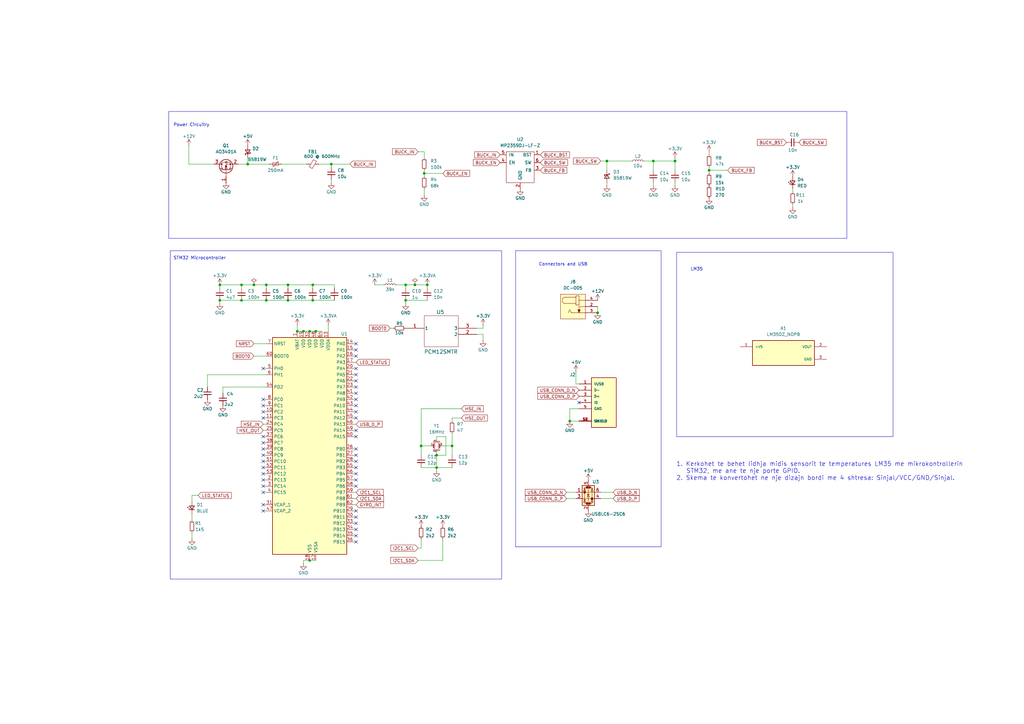
<source format=kicad_sch>
(kicad_sch (version 20231120) (generator "eeschema") (generator_version "8.0")
  (paper "A3")
  (lib_symbols
    (symbol "10118193-0001LF:10118193-0001LF" (pin_names (offset 1.016))
      (property "Reference" "J" (at -5.0817 10.9286 0))
      (property "Value" "10118193-0001LF" (at -5.0819 -12.7097 0))
      (symbol "10118193-0001LF_0_0"
        (pin passive line (at -10.16 7.62 0) (length 5.08) (name "VUSB") (number "1"))
        (pin passive line (at -10.16 5.08 0) (length 5.08) (name "D-") (number "2"))
        (pin passive line (at -10.16 2.54 0) (length 5.08) (name "D+") (number "3"))
        (pin passive line (at -10.16 0 0) (length 5.08) (name "ID") (number "4"))
        (pin passive line (at -10.16 -2.54 0) (length 5.08) (name "GND") (number "5"))
        (pin passive line (at -10.16 -7.62 0) (length 5.08) (name "SHIELD") (number "S1"))
        (pin passive line (at -10.16 -7.62 0) (length 5.08) (name "SHIELD") (number "S2"))
        (pin passive line (at -10.16 -7.62 0) (length 5.08) (name "SHIELD") (number "S3"))
        (pin passive line (at -10.16 -7.62 0) (length 5.08) (name "SHIELD") (number "S4"))
        (pin passive line (at -10.16 -7.62 0) (length 5.08) (name "SHIELD") (number "S5"))
        (pin passive line (at -10.16 -7.62 0) (length 5.08) (name "SHIELD") (number "S6"))
      )
    )
    (symbol "2024-11-09_23-25-21:PCM12SMTR" (pin_names (offset 0.254))
      (property "Reference" "U5" (at 20.32 10.16 0))
      (property "Value" "PCM12SMTR" (at 20.32 7.62 0))
      (symbol "PCM12SMTR_1_1"
        (pin unspecified line (at 0 0 0) (length 7.62) (name "1") (number "1"))
        (pin unspecified line (at 29.21 -2.54 180) (length 7.62) (name "2") (number "2"))
        (pin unspecified line (at 29.21 0 180) (length 7.62) (name "3") (number "3"))
      )
    )
    (symbol "DC-005:DC-005" (pin_names (offset 1.016))
      (property "Reference" "J" (at -5.0943 5.5976 0))
      (property "Value" "DC-005" (at -5.0995 -7.6398 0))
      (symbol "DC-005_0_0"
        (pin passive line (at 10.16 0 180) (length 5.08) (name "~") (number "2"))
        (pin passive line (at 10.16 -2.54 180) (length 5.08) (name "~") (number "3"))
        (pin passive line (at 10.16 2.54 180) (length 5.08) (name "~") (number "4"))
      )
    )
    (symbol "Device:C_Small" (pin_numbers hide) (pin_names (offset 0.254) hide)
      (property "Reference" "C" (at 0.254 1.778 0))
      (property "Value" "C_Small" (at 0.254 -2.032 0))
      (symbol "C_Small_1_1"
        (pin passive line (at 0 2.54 270) (length 2.032) (name "~") (number "1"))
        (pin passive line (at 0 -2.54 90) (length 2.032) (name "~") (number "2"))
      )
    )
    (symbol "Device:Crystal_GND24_Small" (pin_names (offset 1.016) hide)
      (property "Reference" "Y" (at 1.27 4.445 0))
      (property "Value" "Crystal_GND24_Small" (at 1.27 2.54 0))
      (symbol "Crystal_GND24_Small_1_1"
        (pin passive line (at -2.54 0 0) (length 1.27) (name "1") (number "1"))
        (pin passive line (at 0 -2.54 90) (length 0.635) (name "2") (number "2"))
        (pin passive line (at 2.54 0 180) (length 1.27) (name "3") (number "3"))
        (pin passive line (at 0 2.54 270) (length 0.635) (name "4") (number "4"))
      )
    )
    (symbol "Device:D_Schottky_Small" (pin_numbers hide) (pin_names (offset 0.254) hide)
      (property "Reference" "D" (at -1.27 2.032 0))
      (property "Value" "D_Schottky_Small" (at -7.112 -2.032 0))
      (symbol "D_Schottky_Small_1_1"
        (pin passive line (at -2.54 0 0) (length 1.778) (name "K") (number "1"))
        (pin passive line (at 2.54 0 180) (length 1.778) (name "A") (number "2"))
      )
    )
    (symbol "Device:Ferrite_Bead_Small" (pin_numbers hide) (pin_names (offset 0))
      (property "Reference" "FB" (at 1.905 1.27 0))
      (property "Value" "Device_Ferrite_Bead_Small" (at 1.905 -1.27 0))
      (symbol "Ferrite_Bead_Small_1_1"
        (pin passive line (at 0 2.54 270) (length 1.27) (name "~") (number "1"))
        (pin passive line (at 0 -2.54 90) (length 1.27) (name "~") (number "2"))
      )
    )
    (symbol "Device:LED_Small" (pin_numbers hide) (pin_names (offset 0.254) hide)
      (property "Reference" "D" (at -1.27 3.175 0))
      (property "Value" "LED_Small" (at -4.445 -2.54 0))
      (symbol "LED_Small_1_1"
        (pin passive line (at -2.54 0 0) (length 1.778) (name "K") (number "1"))
        (pin passive line (at 2.54 0 180) (length 1.778) (name "A") (number "2"))
      )
    )
    (symbol "Device:L_Small" (pin_numbers hide) (pin_names (offset 0.254) hide)
      (property "Reference" "L" (at 0.762 1.016 0))
      (property "Value" "L_Small" (at 0.762 -1.016 0))
      (symbol "L_Small_1_1"
        (pin passive line (at 0 2.54 270) (length 0.508) (name "~") (number "1"))
        (pin passive line (at 0 -2.54 90) (length 0.508) (name "~") (number "2"))
      )
    )
    (symbol "Device:Polyfuse_Small" (pin_numbers hide) (pin_names (offset 0))
      (property "Reference" "F" (at -1.905 0 90))
      (property "Value" "Polyfuse_Small" (at 1.905 0 90))
      (symbol "Polyfuse_Small_1_1"
        (pin passive line (at 0 2.54 270) (length 0.635) (name "~") (number "1"))
        (pin passive line (at 0 -2.54 90) (length 0.635) (name "~") (number "2"))
      )
    )
    (symbol "Device:R_Small" (pin_numbers hide) (pin_names (offset 0.254) hide)
      (property "Reference" "R" (at 0.762 0.508 0))
      (property "Value" "R_Small" (at 0.762 -1.016 0))
      (symbol "R_Small_1_1"
        (pin passive line (at 0 2.54 270) (length 0.762) (name "~") (number "1"))
        (pin passive line (at 0 -2.54 90) (length 0.762) (name "~") (number "2"))
      )
    )
    (symbol "LM35DZ_NOPB:LM35DZ_NOPB" (pin_names (offset 1.016))
      (property "Reference" "A" (at -12.7 5.842 0))
      (property "Value" "LM35DZ_NOPB" (at -12.7 -5.842 0))
      (symbol "LM35DZ_NOPB_0_0"
        (pin power_in line (at -17.78 2.54 0) (length 5.08) (name "+VS") (number "1"))
        (pin output line (at 17.78 2.54 180) (length 5.08) (name "VOUT") (number "2"))
        (pin power_in line (at 17.78 -2.54 180) (length 5.08) (name "GND") (number "3"))
      )
    )
    (symbol "MCU_ST_STM32F4:STM32F405RGTx"
      (property "Reference" "U1" (at 14.224 47.244 0))
      (property "Value" "STM32F405RGT6" (at 12.7 -44.45 0))
      (symbol "STM32F405RGTx_1_1"
        (pin power_in line (at -5.08 48.26 270) (length 2.54) (name "VBAT") (number "1"))
        (pin bidirectional line (at -17.78 15.24 0) (length 2.54) (name "PC2") (number "10"))
        (pin bidirectional line (at -17.78 12.7 0) (length 2.54) (name "PC3") (number "11"))
        (pin power_in line (at 2.54 -45.72 90) (length 2.54) (name "VSSA") (number "12"))
        (pin power_in line (at 7.62 48.26 270) (length 2.54) (name "VDDA") (number "13"))
        (pin bidirectional line (at 17.78 43.18 180) (length 2.54) (name "PA0") (number "14"))
        (pin bidirectional line (at 17.78 40.64 180) (length 2.54) (name "PA1") (number "15"))
        (pin bidirectional line (at 17.78 38.1 180) (length 2.54) (name "PA2") (number "16"))
        (pin bidirectional line (at 17.78 35.56 180) (length 2.54) (name "PA3") (number "17"))
        (pin power_in line (at 0 -45.72 90) (length 2.54) (name "VSS") (number "18"))
        (pin power_in line (at -2.54 48.26 270) (length 2.54) (name "VDD") (number "19"))
        (pin bidirectional line (at -17.78 -12.7 0) (length 2.54) (name "PC13") (number "2"))
        (pin bidirectional line (at 17.78 33.02 180) (length 2.54) (name "PA4") (number "20"))
        (pin bidirectional line (at 17.78 30.48 180) (length 2.54) (name "PA5") (number "21"))
        (pin bidirectional line (at 17.78 27.94 180) (length 2.54) (name "PA6") (number "22"))
        (pin bidirectional line (at 17.78 25.4 180) (length 2.54) (name "PA7") (number "23"))
        (pin bidirectional line (at -17.78 10.16 0) (length 2.54) (name "PC4") (number "24"))
        (pin bidirectional line (at -17.78 7.62 0) (length 2.54) (name "PC5") (number "25"))
        (pin bidirectional line (at 17.78 0 180) (length 2.54) (name "PB0") (number "26"))
        (pin bidirectional line (at 17.78 -2.54 180) (length 2.54) (name "PB1") (number "27"))
        (pin bidirectional line (at 17.78 -5.08 180) (length 2.54) (name "PB2") (number "28"))
        (pin bidirectional line (at 17.78 -25.4 180) (length 2.54) (name "PB10") (number "29"))
        (pin bidirectional line (at -17.78 -15.24 0) (length 2.54) (name "PC14") (number "3"))
        (pin bidirectional line (at 17.78 -27.94 180) (length 2.54) (name "PB11") (number "30"))
        (pin power_out line (at -17.78 -22.86 0) (length 2.54) (name "VCAP_1") (number "31"))
        (pin power_in line (at 0 48.26 270) (length 2.54) (name "VDD") (number "32"))
        (pin bidirectional line (at 17.78 -30.48 180) (length 2.54) (name "PB12") (number "33"))
        (pin bidirectional line (at 17.78 -33.02 180) (length 2.54) (name "PB13") (number "34"))
        (pin bidirectional line (at 17.78 -35.56 180) (length 2.54) (name "PB14") (number "35"))
        (pin bidirectional line (at 17.78 -38.1 180) (length 2.54) (name "PB15") (number "36"))
        (pin bidirectional line (at -17.78 5.08 0) (length 2.54) (name "PC6") (number "37"))
        (pin bidirectional line (at -17.78 2.54 0) (length 2.54) (name "PC7") (number "38"))
        (pin bidirectional line (at -17.78 0 0) (length 2.54) (name "PC8") (number "39"))
        (pin bidirectional line (at -17.78 -17.78 0) (length 2.54) (name "PC15") (number "4"))
        (pin bidirectional line (at -17.78 -2.54 0) (length 2.54) (name "PC9") (number "40"))
        (pin bidirectional line (at 17.78 22.86 180) (length 2.54) (name "PA8") (number "41"))
        (pin bidirectional line (at 17.78 20.32 180) (length 2.54) (name "PA9") (number "42"))
        (pin bidirectional line (at 17.78 17.78 180) (length 2.54) (name "PA10") (number "43"))
        (pin bidirectional line (at 17.78 15.24 180) (length 2.54) (name "PA11") (number "44"))
        (pin bidirectional line (at 17.78 12.7 180) (length 2.54) (name "PA12") (number "45"))
        (pin bidirectional line (at 17.78 10.16 180) (length 2.54) (name "PA13") (number "46"))
        (pin power_out line (at -17.78 -25.4 0) (length 2.54) (name "VCAP_2") (number "47"))
        (pin power_in line (at 2.54 48.26 270) (length 2.54) (name "VDD") (number "48"))
        (pin bidirectional line (at 17.78 7.62 180) (length 2.54) (name "PA14") (number "49"))
        (pin bidirectional line (at -17.78 33.02 0) (length 2.54) (name "PH0") (number "5"))
        (pin bidirectional line (at 17.78 5.08 180) (length 2.54) (name "PA15") (number "50"))
        (pin bidirectional line (at -17.78 -5.08 0) (length 2.54) (name "PC10") (number "51"))
        (pin bidirectional line (at -17.78 -7.62 0) (length 2.54) (name "PC11") (number "52"))
        (pin bidirectional line (at -17.78 -10.16 0) (length 2.54) (name "PC12") (number "53"))
        (pin bidirectional line (at -17.78 25.4 0) (length 2.54) (name "PD2") (number "54"))
        (pin bidirectional line (at 17.78 -7.62 180) (length 2.54) (name "PB3") (number "55"))
        (pin bidirectional line (at 17.78 -10.16 180) (length 2.54) (name "PB4") (number "56"))
        (pin bidirectional line (at 17.78 -12.7 180) (length 2.54) (name "PB5") (number "57"))
        (pin bidirectional line (at 17.78 -15.24 180) (length 2.54) (name "PB6") (number "58"))
        (pin bidirectional line (at 17.78 -17.78 180) (length 2.54) (name "PB7") (number "59"))
        (pin bidirectional line (at -17.78 30.48 0) (length 2.54) (name "PH1") (number "6"))
        (pin input line (at -17.78 38.1 0) (length 2.54) (name "BOOT0") (number "60"))
        (pin bidirectional line (at 17.78 -20.32 180) (length 2.54) (name "PB8") (number "61"))
        (pin bidirectional line (at 17.78 -22.86 180) (length 2.54) (name "PB9") (number "62"))
        (pin passive line (at 0 -45.72 90) (length 2.54) hide (name "VSS") (number "63"))
        (pin power_in line (at 5.08 48.26 270) (length 2.54) (name "VDD") (number "64"))
        (pin input line (at -17.78 43.18 0) (length 2.54) (name "NRST") (number "7"))
        (pin bidirectional line (at -17.78 20.32 0) (length 2.54) (name "PC0") (number "8"))
        (pin bidirectional line (at -17.78 17.78 0) (length 2.54) (name "PC1") (number "9"))
      )
    )
    (symbol "Power_Protection:USBLC6-2SC6" (pin_names hide)
      (property "Reference" "U" (at 0.635 5.715 0))
      (property "Value" "USBLC6-2SC6" (at 0.635 3.81 0))
      (symbol "USBLC6-2SC6_1_1"
        (pin passive line (at -5.08 0 0) (length 2.54) (name "I/O1") (number "1"))
        (pin passive line (at 0 -7.62 90) (length 2.54) (name "GND") (number "2"))
        (pin passive line (at -5.08 -2.54 0) (length 2.54) (name "I/O2") (number "3"))
        (pin passive line (at 5.08 -2.54 180) (length 2.54) (name "I/O2") (number "4"))
        (pin passive line (at 0 5.08 270) (length 2.54) (name "VBUS") (number "5"))
        (pin passive line (at 5.08 0 180) (length 2.54) (name "I/O1") (number "6"))
      )
    )
    (symbol "SchmillipKiCADLibrary:MP2359DJ-LF-Z" (pin_names (offset 1.016))
      (property "Reference" "U" (at 0 9.525 0))
      (property "Value" "SchmillipKiCADLibrary_MP2359DJ-LF-Z" (at 10.16 -6.35 0))
      (symbol "MP2359DJ-LF-Z_1_1"
        (pin input line (at 8.255 6.35 180) (length 2.54) (name "BST") (number "1"))
        (pin power_in line (at 0 -7.62 90) (length 2.54) (name "GND") (number "2"))
        (pin input line (at 8.255 0 180) (length 2.54) (name "FB") (number "3"))
        (pin input line (at -8.255 3.175 0) (length 2.54) (name "EN") (number "4"))
        (pin power_in line (at -8.255 6.35 0) (length 2.54) (name "IN") (number "5"))
        (pin power_out line (at 8.255 3.175 180) (length 2.54) (name "SW") (number "6"))
      )
    )
    (symbol "Transistor_FET:AO3401A" (pin_names hide)
      (property "Reference" "Q" (at 5.08 1.905 0))
      (property "Value" "AO3401A" (at 5.08 0 0))
      (symbol "AO3401A_1_1"
        (pin input line (at -5.08 0 0) (length 2.54) (name "G") (number "1"))
        (pin passive line (at 2.54 -5.08 90) (length 2.54) (name "S") (number "2"))
        (pin passive line (at 2.54 5.08 270) (length 2.54) (name "D") (number "3"))
      )
    )
    (symbol "power:+12V" (power) (pin_numbers hide) (pin_names (offset 0) hide)
      (property "Value" "+12V" (at 0 3.556 0))
      (symbol "+12V_1_1"
        (pin power_in line (at 0 0 90) (length 0) (name "~") (number "1"))
      )
    )
    (symbol "power:+3.3V" (power) (pin_numbers hide) (pin_names (offset 0) hide)
      (property "Value" "+3.3V" (at 0 3.556 0))
      (symbol "+3.3V_1_1"
        (pin power_in line (at 0 0 90) (length 0) (name "~") (number "1"))
      )
    )
    (symbol "power:+3.3VA" (power) (pin_numbers hide) (pin_names (offset 0) hide)
      (property "Value" "+3.3VA" (at 0 3.556 0))
      (symbol "+3.3VA_1_1"
        (pin power_in line (at 0 0 90) (length 0) (name "~") (number "1"))
      )
    )
    (symbol "power:+5V" (power) (pin_numbers hide) (pin_names (offset 0) hide)
      (property "Value" "+5V" (at 0 3.556 0))
      (symbol "+5V_1_1"
        (pin power_in line (at 0 0 90) (length 0) (name "~") (number "1"))
      )
    )
    (symbol "power:GND" (power) (pin_numbers hide) (pin_names (offset 0) hide)
      (property "Value" "GND" (at 0 -3.81 0))
      (symbol "GND_1_1"
        (pin power_in line (at 0 0 270) (length 0) (name "~") (number "1"))
      )
    )
    (symbol "power:PWR_FLAG" (power) (pin_numbers hide) (pin_names (offset 0) hide)
      (property "Value" "PWR_FLAG" (at 0 3.81 0))
      (symbol "PWR_FLAG_0_0"
        (pin power_out line (at 0 0 90) (length 0) (name "~") (number "1"))
      )
    )
  )
  (junction (at 129.54 135.89))
  (junction (at 99.06 123.19))
  (junction (at 172.72 182.88))
  (junction (at 90.17 123.19))
  (junction (at 179.07 191.77))
  (junction (at 127 229.87))
  (junction (at 173.99 71.12))
  (junction (at 175.26 116.84))
  (junction (at 267.97 66.04))
  (junction (at 166.37 123.19))
  (junction (at 248.92 66.04))
  (junction (at 170.18 116.84))
  (junction (at 233.68 172.72))
  (junction (at 109.22 116.84))
  (junction (at 101.6 67.31))
  (junction (at 118.11 116.84))
  (junction (at 104.14 116.84))
  (junction (at 99.06 116.84))
  (junction (at 290.83 69.85))
  (junction (at 276.86 66.04))
  (junction (at 109.22 123.19))
  (junction (at 135.89 67.31))
  (junction (at 90.17 116.84))
  (junction (at 166.37 116.84))
  (junction (at 124.46 135.89))
  (junction (at 245.11 128.27))
  (junction (at 127 135.89))
  (junction (at 128.27 123.19))
  (junction (at 128.27 116.84))
  (junction (at 118.11 123.19))
  (junction (at 179.07 186.69))
  (junction (at 121.92 135.89))
  (junction (at 185.42 182.88))
  (no_connect (at 146.05 166.37))
  (no_connect (at 107.95 166.37))
  (no_connect (at 107.95 189.23))
  (no_connect (at 146.05 156.21))
  (no_connect (at 107.95 199.39))
  (no_connect (at 107.95 196.85))
  (no_connect (at 107.95 201.93))
  (no_connect (at 107.95 186.69))
  (no_connect (at 146.05 143.51))
  (no_connect (at 146.05 158.75))
  (no_connect (at 146.05 194.31))
  (no_connect (at 107.95 207.01))
  (no_connect (at 107.95 194.31))
  (no_connect (at 146.05 179.07))
  (no_connect (at 107.95 171.45))
  (no_connect (at 146.05 212.09))
  (no_connect (at 146.05 217.17))
  (no_connect (at 146.05 184.15))
  (no_connect (at 107.95 168.91))
  (no_connect (at 146.05 219.71))
  (no_connect (at 107.95 179.07))
  (no_connect (at 146.05 189.23))
  (no_connect (at 107.95 209.55))
  (no_connect (at 146.05 146.05))
  (no_connect (at 146.05 214.63))
  (no_connect (at 107.95 184.15))
  (no_connect (at 146.05 163.83))
  (no_connect (at 146.05 176.53))
  (no_connect (at 107.95 151.13))
  (no_connect (at 107.95 181.61))
  (no_connect (at 146.05 161.29))
  (no_connect (at 146.05 186.69))
  (no_connect (at 146.05 222.25))
  (no_connect (at 146.05 209.55))
  (no_connect (at 146.05 196.85))
  (no_connect (at 146.05 140.97))
  (no_connect (at 107.95 191.77))
  (no_connect (at 146.05 171.45))
  (no_connect (at 146.05 153.67))
  (no_connect (at 146.05 191.77))
  (no_connect (at 146.05 151.13))
  (no_connect (at 107.95 163.83))
  (no_connect (at 237.49 165.1))
  (no_connect (at 146.05 168.91))
  (no_connect (at 146.05 199.39))
  (wire (pts (xy 144.78 153.67) (xy 146.05 153.67)))
  (wire (pts (xy 107.95 201.93) (xy 109.22 201.93)))
  (wire (pts (xy 107.95 163.83) (xy 109.22 163.83)))
  (wire (pts (xy 107.95 207.01) (xy 109.22 207.01)))
  (wire (pts (xy 172.72 167.64) (xy 172.72 182.88)))
  (wire (pts (xy 90.17 116.84) (xy 90.17 118.11)))
  (wire (pts (xy 179.07 180.34) (xy 179.07 179.07)))
  (wire (pts (xy 185.42 177.8) (xy 185.42 182.88)))
  (wire (pts (xy 99.06 116.84) (xy 104.14 116.84)))
  (wire (pts (xy 146.05 161.29) (xy 144.78 161.29)))
  (wire (pts (xy 128.27 118.11) (xy 128.27 116.84)))
  (wire (pts (xy 146.05 163.83) (xy 144.78 163.83)))
  (wire (pts (xy 175.26 116.84) (xy 170.18 116.84)))
  (wire (pts (xy 146.05 148.59) (xy 144.78 148.59)))
  (wire (pts (xy 237.49 167.64) (xy 233.68 167.64)))
  (wire (pts (xy 121.92 135.89) (xy 124.46 135.89)))
  (wire (pts (xy 166.37 116.84) (xy 162.56 116.84)))
  (wire (pts (xy 107.95 171.45) (xy 109.22 171.45)))
  (wire (pts (xy 107.95 199.39) (xy 109.22 199.39)))
  (wire (pts (xy 107.95 196.85) (xy 109.22 196.85)))
  (wire (pts (xy 77.47 59.69) (xy 77.47 67.31)))
  (wire (pts (xy 290.83 63.5) (xy 290.83 62.23)))
  (wire (pts (xy 146.05 209.55) (xy 144.78 209.55)))
  (wire (pts (xy 90.17 124.46) (xy 90.17 123.19)))
  (wire (pts (xy 81.28 203.2) (xy 78.74 203.2)))
  (wire (pts (xy 135.89 68.58) (xy 135.89 67.31)))
  (wire (pts (xy 233.68 172.72) (xy 237.49 172.72)))
  (wire (pts (xy 90.17 123.19) (xy 99.06 123.19)))
  (wire (pts (xy 107.95 181.61) (xy 109.22 181.61)))
  (wire (pts (xy 109.22 123.19) (xy 118.11 123.19)))
  (wire (pts (xy 290.83 69.85) (xy 290.83 71.12)))
  (wire (pts (xy 146.05 207.01) (xy 144.78 207.01)))
  (wire (pts (xy 179.07 193.04) (xy 179.07 191.77)))
  (wire (pts (xy 99.06 118.11) (xy 99.06 116.84)))
  (wire (pts (xy 173.99 71.12) (xy 173.99 69.85)))
  (wire (pts (xy 146.05 171.45) (xy 144.78 171.45)))
  (wire (pts (xy 107.95 179.07) (xy 109.22 179.07)))
  (wire (pts (xy 78.74 213.36) (xy 78.74 210.82)))
  (wire (pts (xy 198.12 137.16) (xy 195.58 137.16)))
  (wire (pts (xy 124.46 231.14) (xy 124.46 229.87)))
  (wire (pts (xy 248.92 69.85) (xy 248.92 66.04)))
  (wire (pts (xy 185.42 171.45) (xy 185.42 172.72)))
  (wire (pts (xy 248.92 66.04) (xy 246.38 66.04)))
  (wire (pts (xy 109.22 118.11) (xy 109.22 116.84)))
  (wire (pts (xy 181.61 71.12) (xy 173.99 71.12)))
  (wire (pts (xy 144.78 151.13) (xy 146.05 151.13)))
  (wire (pts (xy 91.44 161.29) (xy 91.44 158.75)))
  (wire (pts (xy 146.05 196.85) (xy 144.78 196.85)))
  (wire (pts (xy 146.05 184.15) (xy 144.78 184.15)))
  (wire (pts (xy 195.58 134.62) (xy 198.12 134.62)))
  (wire (pts (xy 104.14 146.05) (xy 109.22 146.05)))
  (wire (pts (xy 146.05 217.17) (xy 144.78 217.17)))
  (wire (pts (xy 325.12 78.74) (xy 325.12 77.47)))
  (wire (pts (xy 181.61 182.88) (xy 185.42 182.88)))
  (wire (pts (xy 171.45 229.87) (xy 181.61 229.87)))
  (wire (pts (xy 276.86 64.77) (xy 276.86 66.04)))
  (wire (pts (xy 107.95 173.99) (xy 109.22 173.99)))
  (wire (pts (xy 245.11 125.73) (xy 245.11 128.27)))
  (wire (pts (xy 110.49 67.31) (xy 101.6 67.31)))
  (wire (pts (xy 173.99 80.01) (xy 173.99 77.47)))
  (wire (pts (xy 246.38 204.47) (xy 251.46 204.47)))
  (wire (pts (xy 146.05 199.39) (xy 144.78 199.39)))
  (wire (pts (xy 179.07 185.42) (xy 179.07 186.69)))
  (wire (pts (xy 107.95 166.37) (xy 109.22 166.37)))
  (wire (pts (xy 99.06 123.19) (xy 109.22 123.19)))
  (wire (pts (xy 146.05 222.25) (xy 144.78 222.25)))
  (wire (pts (xy 182.88 179.07) (xy 182.88 186.69)))
  (wire (pts (xy 181.61 229.87) (xy 181.61 220.98)))
  (wire (pts (xy 146.05 191.77) (xy 144.78 191.77)))
  (wire (pts (xy 87.63 67.31) (xy 77.47 67.31)))
  (wire (pts (xy 107.95 189.23) (xy 109.22 189.23)))
  (wire (pts (xy 146.05 194.31) (xy 144.78 194.31)))
  (wire (pts (xy 290.83 69.85) (xy 290.83 68.58)))
  (wire (pts (xy 179.07 186.69) (xy 179.07 191.77)))
  (wire (pts (xy 276.86 66.04) (xy 267.97 66.04)))
  (wire (pts (xy 90.17 116.84) (xy 99.06 116.84)))
  (wire (pts (xy 104.14 140.97) (xy 109.22 140.97)))
  (wire (pts (xy 107.95 168.91) (xy 109.22 168.91)))
  (wire (pts (xy 124.46 135.89) (xy 127 135.89)))
  (wire (pts (xy 85.09 158.75) (xy 85.09 153.67)))
  (wire (pts (xy 128.27 123.19) (xy 137.16 123.19)))
  (wire (pts (xy 109.22 116.84) (xy 118.11 116.84)))
  (wire (pts (xy 146.05 166.37) (xy 144.78 166.37)))
  (wire (pts (xy 171.45 224.79) (xy 172.72 224.79)))
  (wire (pts (xy 143.51 67.31) (xy 135.89 67.31)))
  (wire (pts (xy 276.86 69.85) (xy 276.86 66.04)))
  (wire (pts (xy 170.18 116.84) (xy 166.37 116.84)))
  (wire (pts (xy 85.09 153.67) (xy 109.22 153.67)))
  (wire (pts (xy 97.79 67.31) (xy 101.6 67.31)))
  (wire (pts (xy 118.11 118.11) (xy 118.11 116.84)))
  (wire (pts (xy 78.74 220.98) (xy 78.74 218.44)))
  (wire (pts (xy 236.22 157.48) (xy 237.49 157.48)))
  (wire (pts (xy 134.62 133.35) (xy 134.62 135.89)))
  (wire (pts (xy 146.05 168.91) (xy 144.78 168.91)))
  (wire (pts (xy 276.86 76.2) (xy 276.86 74.93)))
  (wire (pts (xy 146.05 186.69) (xy 144.78 186.69)))
  (wire (pts (xy 171.45 62.23) (xy 173.99 62.23)))
  (wire (pts (xy 160.02 134.62) (xy 161.29 134.62)))
  (wire (pts (xy 172.72 167.64) (xy 189.23 167.64)))
  (wire (pts (xy 144.78 146.05) (xy 146.05 146.05)))
  (wire (pts (xy 107.95 176.53) (xy 109.22 176.53)))
  (wire (pts (xy 173.99 72.39) (xy 173.99 71.12)))
  (wire (pts (xy 182.88 186.69) (xy 179.07 186.69)))
  (wire (pts (xy 259.08 66.04) (xy 248.92 66.04)))
  (wire (pts (xy 233.68 167.64) (xy 233.68 172.72)))
  (wire (pts (xy 179.07 191.77) (xy 185.42 191.77)))
  (wire (pts (xy 78.74 203.2) (xy 78.74 205.74)))
  (wire (pts (xy 267.97 76.2) (xy 267.97 74.93)))
  (wire (pts (xy 298.45 69.85) (xy 290.83 69.85)))
  (wire (pts (xy 107.95 186.69) (xy 109.22 186.69)))
  (wire (pts (xy 179.07 179.07) (xy 182.88 179.07)))
  (wire (pts (xy 236.22 152.4) (xy 236.22 157.48)))
  (wire (pts (xy 101.6 64.77) (xy 101.6 67.31)))
  (wire (pts (xy 118.11 116.84) (xy 128.27 116.84)))
  (wire (pts (xy 107.95 209.55) (xy 109.22 209.55)))
  (wire (pts (xy 144.78 143.51) (xy 146.05 143.51)))
  (wire (pts (xy 198.12 134.62) (xy 198.12 133.35)))
  (wire (pts (xy 246.38 201.93) (xy 251.46 201.93)))
  (wire (pts (xy 91.44 158.75) (xy 109.22 158.75)))
  (wire (pts (xy 172.72 186.69) (xy 172.72 182.88)))
  (wire (pts (xy 232.41 204.47) (xy 236.22 204.47)))
  (wire (pts (xy 127 135.89) (xy 129.54 135.89)))
  (wire (pts (xy 118.11 123.19) (xy 128.27 123.19)))
  (wire (pts (xy 146.05 212.09) (xy 144.78 212.09)))
  (wire (pts (xy 146.05 176.53) (xy 144.78 176.53)))
  (wire (pts (xy 166.37 124.46) (xy 166.37 123.19)))
  (wire (pts (xy 232.41 201.93) (xy 236.22 201.93)))
  (wire (pts (xy 173.99 62.23) (xy 173.99 64.77)))
  (wire (pts (xy 325.12 85.09) (xy 325.12 83.82)))
  (wire (pts (xy 127 229.87) (xy 129.54 229.87)))
  (wire (pts (xy 129.54 135.89) (xy 132.08 135.89)))
  (wire (pts (xy 146.05 214.63) (xy 144.78 214.63)))
  (wire (pts (xy 146.05 173.99) (xy 144.78 173.99)))
  (wire (pts (xy 166.37 123.19) (xy 175.26 123.19)))
  (wire (pts (xy 124.46 229.87) (xy 127 229.87)))
  (wire (pts (xy 146.05 158.75) (xy 144.78 158.75)))
  (wire (pts (xy 107.95 194.31) (xy 109.22 194.31)))
  (wire (pts (xy 146.05 140.97) (xy 144.78 140.97)))
  (wire (pts (xy 175.26 118.11) (xy 175.26 116.84)))
  (wire (pts (xy 172.72 224.79) (xy 172.72 220.98)))
  (wire (pts (xy 189.23 171.45) (xy 185.42 171.45)))
  (wire (pts (xy 153.67 116.84) (xy 157.48 116.84)))
  (wire (pts (xy 146.05 201.93) (xy 144.78 201.93)))
  (wire (pts (xy 146.05 189.23) (xy 144.78 189.23)))
  (wire (pts (xy 267.97 66.04) (xy 264.16 66.04)))
  (wire (pts (xy 172.72 182.88) (xy 176.53 182.88)))
  (wire (pts (xy 135.89 67.31) (xy 130.81 67.31)))
  (wire (pts (xy 146.05 156.21) (xy 144.78 156.21)))
  (wire (pts (xy 107.95 151.13) (xy 109.22 151.13)))
  (wire (pts (xy 137.16 116.84) (xy 137.16 118.11)))
  (wire (pts (xy 146.05 204.47) (xy 144.78 204.47)))
  (wire (pts (xy 107.95 191.77) (xy 109.22 191.77)))
  (wire (pts (xy 248.92 76.2) (xy 248.92 74.93)))
  (wire (pts (xy 179.07 191.77) (xy 172.72 191.77)))
  (wire (pts (xy 267.97 69.85) (xy 267.97 66.04)))
  (wire (pts (xy 121.92 133.35) (xy 121.92 135.89)))
  (wire (pts (xy 104.14 116.84) (xy 109.22 116.84)))
  (wire (pts (xy 146.05 179.07) (xy 144.78 179.07)))
  (wire (pts (xy 135.89 74.93) (xy 135.89 73.66)))
  (wire (pts (xy 107.95 184.15) (xy 109.22 184.15)))
  (wire (pts (xy 146.05 219.71) (xy 144.78 219.71)))
  (wire (pts (xy 166.37 118.11) (xy 166.37 116.84)))
  (wire (pts (xy 185.42 186.69) (xy 185.42 182.88)))
  (wire (pts (xy 115.57 67.31) (xy 125.73 67.31)))
  (wire (pts (xy 128.27 116.84) (xy 137.16 116.84)))
  (wire (pts (xy 198.12 139.7) (xy 198.12 137.16)))
  (rectangle (start 69.215 45.72) (end 347.345 97.79))
  (rectangle (start 277.495 103.505) (end 366.268 179.07))
  (rectangle (start 211.455 102.87) (end 271.145 224.282))
  (rectangle (start 69.85 102.87) (end 205.74 237.49))
  (text "1. Kerkohet te behet lidhja midis sensorit te temperatures LM35 me mikrokontrollerin \n   STM32, me ane te nje porte GPIO.\n2. Skema te konvertohet ne nje dizajn bordi me 4 shtresa: Sinjal/VCC/GND/Sinjal.\n" (at 277.368 193.294 0) (effects (font (size 1.778 1.778)) (justify left)))
  (text "LM35\n" (at 285.75 110.49 0) (effects (font (size 1.27 1.27))))
  (text "STM32 Microcontroller" (at 71.12 106.68 0) (effects (font (size 1.27 1.27)) (justify left bottom)))
  (text "Connectors and USB" (at 220.98 109.22 0) (effects (font (size 1.27 1.27)) (justify left bottom)))
  (text "Power Circuitry" (at 71.12 52.07 0) (effects (font (size 1.27 1.27)) (justify left bottom)))
  (global_label "BUCK_SW" (shape input) (at 327.66 58.42 0) (property "Intersheetrefs" "${INTERSHEET_REFS}" (effects (hide yes))))
  (global_label "I2C1_SDA" (shape input) (at 171.45 229.87 180) (property "Intersheetrefs" "${INTERSHEET_REFS}" (effects (hide yes))))
  (global_label "USB_D_N" (shape input) (at 251.46 201.93 0) (property "Intersheetrefs" "${INTERSHEET_REFS}" (effects (hide yes))))
  (global_label "BOOT0" (shape input) (at 160.02 134.62 180) (property "Intersheetrefs" "${INTERSHEET_REFS}" (effects (hide yes))))
  (global_label "HSE_IN" (shape input) (at 107.95 173.99 180) (property "Intersheetrefs" "${INTERSHEET_REFS}" (effects (hide yes))))
  (global_label "HSE_OUT" (shape input) (at 107.95 176.53 180) (property "Intersheetrefs" "${INTERSHEET_REFS}" (effects (hide yes))))
  (global_label "BOOT0" (shape input) (at 104.14 146.05 180) (property "Intersheetrefs" "${INTERSHEET_REFS}" (effects (hide yes))))
  (global_label "I2C1_SCL" (shape input) (at 146.05 201.93 0) (property "Intersheetrefs" "${INTERSHEET_REFS}" (effects (hide yes))))
  (global_label "BUCK_EN" (shape input) (at 181.61 71.12 0) (property "Intersheetrefs" "${INTERSHEET_REFS}" (effects (hide yes))))
  (global_label "USB_CONN_D_N" (shape input) (at 232.41 201.93 180) (property "Intersheetrefs" "${INTERSHEET_REFS}" (effects (hide yes))))
  (global_label "I2C1_SDA" (shape input) (at 146.05 204.47 0) (property "Intersheetrefs" "${INTERSHEET_REFS}" (effects (hide yes))))
  (global_label "GYRO_INT" (shape input) (at 146.05 207.01 0) (property "Intersheetrefs" "${INTERSHEET_REFS}" (effects (hide yes))))
  (global_label "USB_CONN_D_P" (shape input) (at 232.41 204.47 180) (property "Intersheetrefs" "${INTERSHEET_REFS}" (effects (hide yes))))
  (global_label "BUCK_BST" (shape input) (at 322.58 58.42 180) (property "Intersheetrefs" "${INTERSHEET_REFS}" (effects (hide yes))))
  (global_label "LED_STATUS" (shape input) (at 146.05 148.59 0) (property "Intersheetrefs" "${INTERSHEET_REFS}" (effects (hide yes))))
  (global_label "BUCK_IN" (shape input) (at 143.51 67.31 0) (property "Intersheetrefs" "${INTERSHEET_REFS}" (effects (hide yes))))
  (global_label "I2C1_SCL" (shape input) (at 171.45 224.79 180) (property "Intersheetrefs" "${INTERSHEET_REFS}" (effects (hide yes))))
  (global_label "BUCK_SW" (shape input) (at 221.615 66.675 0) (property "Intersheetrefs" "${INTERSHEET_REFS}" (effects (hide yes))))
  (global_label "HSE_IN" (shape input) (at 189.23 167.64 0) (property "Intersheetrefs" "${INTERSHEET_REFS}" (effects (hide yes))))
  (global_label "NRST" (shape input) (at 104.14 140.97 180) (property "Intersheetrefs" "${INTERSHEET_REFS}" (effects (hide yes))))
  (global_label "LED_STATUS" (shape input) (at 81.28 203.2 0) (property "Intersheetrefs" "${INTERSHEET_REFS}" (effects (hide yes))))
  (global_label "BUCK_IN" (shape input) (at 171.45 62.23 180) (property "Intersheetrefs" "${INTERSHEET_REFS}" (effects (hide yes))))
  (global_label "HSE_OUT" (shape input) (at 189.23 171.45 0) (property "Intersheetrefs" "${INTERSHEET_REFS}" (effects (hide yes))))
  (global_label "BUCK_SW" (shape input) (at 246.38 66.04 180) (property "Intersheetrefs" "${INTERSHEET_REFS}" (effects (hide yes))))
  (global_label "USB_CONN_D_P" (shape input) (at 237.49 162.56 180) (property "Intersheetrefs" "${INTERSHEET_REFS}" (effects (hide yes))))
  (global_label "BUCK_FB" (shape input) (at 221.615 69.85 0) (property "Intersheetrefs" "${INTERSHEET_REFS}" (effects (hide yes))))
  (global_label "USB_D_P" (shape input) (at 146.05 173.99 0) (property "Intersheetrefs" "${INTERSHEET_REFS}" (effects (hide yes))))
  (global_label "USB_CONN_D_N" (shape input) (at 237.49 160.02 180) (property "Intersheetrefs" "${INTERSHEET_REFS}" (effects (hide yes))))
  (global_label "USB_D_P" (shape input) (at 251.46 204.47 0) (property "Intersheetrefs" "${INTERSHEET_REFS}" (effects (hide yes))))
  (global_label "BUCK_BST" (shape input) (at 221.615 63.5 0) (property "Intersheetrefs" "${INTERSHEET_REFS}" (effects (hide yes))))
  (global_label "BUCK_EN" (shape input) (at 205.105 66.675 180) (property "Intersheetrefs" "${INTERSHEET_REFS}" (effects (hide yes))))
  (global_label "BUCK_FB" (shape input) (at 298.45 69.85 0) (property "Intersheetrefs" "${INTERSHEET_REFS}" (effects (hide yes))))
  (global_label "BUCK_IN" (shape input) (at 205.105 63.5 180) (property "Intersheetrefs" "${INTERSHEET_REFS}" (effects (hide yes))))
  (symbol (lib_id "Device:D_Schottky_Small") (at 101.6 62.23 90) (unit 1)
    (property "Reference" "D2" (at 103.505 60.96 90) (effects (justify right)))
    (property "Value" "B5819W" (at 101.6 65.405 90) (effects (justify right)))
    (property "Footprint" "Diode_SMD:D_SOD-123" (effects (hide yes)))
    (property "LCSC Part #" "C8598" (effects (hide yes)))
  )
  (symbol (lib_id "Device:C_Small") (at 325.12 58.42 270) (unit 1)
    (property "Reference" "C16" (at 323.85 55.245 90) (effects (justify left)))
    (property "Value" "10n" (at 323.215 61.595 90) (effects (justify left)))
    (property "Footprint" "Capacitor_SMD:C_0603_1608Metric" (effects (hide yes)))
    (property "LCSC Part #" "C57112" (effects (hide yes)))
  )
  (symbol (lib_id "power:GND") (at 233.68 172.72 0) (unit 1)
    (property "Reference" "#PWR027" (effects (hide yes)))
    (property "Value" "GND" (at 233.68 176.53 0))
  )
  (symbol (lib_id "Device:C_Small") (at 185.42 189.23 0) (unit 1)
    (property "Reference" "C13" (at 187.96 187.325 0) (effects (justify left)))
    (property "Value" "12p" (at 187.96 189.865 0) (effects (justify left)))
    (property "Footprint" "Capacitor_SMD:C_0402_1005Metric" (effects (hide yes)))
    (property "LCSC Part #" "C1547" (effects (hide yes)))
  )
  (symbol (lib_id "power:+3.3V") (at 90.17 116.84 0) (unit 1)
    (property "Reference" "#PWR03" (effects (hide yes)))
    (property "Value" "+3.3V" (at 90.17 113.03 0))
  )
  (symbol (lib_id "Device:C_Small") (at 137.16 120.65 0) (unit 1)
    (property "Reference" "C9" (at 139.7 119.38 0) (effects (justify left)))
    (property "Value" "100n" (at 139.7 121.92 0) (effects (justify left)))
    (property "Footprint" "Capacitor_SMD:C_0402_1005Metric" (effects (hide yes)))
    (property "LCSC Part #" "C1525" (effects (hide yes)))
  )
  (symbol (lib_id "power:GND") (at 90.17 124.46 0) (unit 1)
    (property "Reference" "#PWR04" (effects (hide yes)))
    (property "Value" "GND" (at 90.17 128.27 0))
  )
  (symbol (lib_id "Device:R_Small") (at 173.99 67.31 0) (unit 1)
    (property "Reference" "R3" (at 176.53 66.04 0) (effects (justify left)))
    (property "Value" "100k" (at 176.53 68.58 0) (effects (justify left)))
    (property "Footprint" "Resistor_SMD:R_0603_1608Metric" (effects (hide yes)))
    (property "LCSC Part #" "C25803" (effects (hide yes)))
  )
  (symbol (lib_id "power:GND") (at 248.92 76.2 0) (unit 1)
    (property "Reference" "#PWR029" (effects (hide yes)))
    (property "Value" "GND" (at 248.92 80.01 0))
  )
  (symbol (lib_id "power:+3.3V") (at 276.86 64.77 0) (unit 1)
    (property "Reference" "#PWR031" (effects (hide yes)))
    (property "Value" "+3.3V" (at 276.86 60.96 0))
  )
  (symbol (lib_id "Device:R_Small") (at 181.61 218.44 0) (unit 1)
    (property "Reference" "R6" (at 183.515 217.17 0) (effects (justify left)))
    (property "Value" "2k2" (at 183.515 219.71 0) (effects (justify left)))
    (property "Footprint" "Resistor_SMD:R_0402_1005Metric" (effects (hide yes)))
    (property "LCSC Part #" "C25879" (effects (hide yes)))
  )
  (symbol (lib_id "SchmillipKiCADLibrary:MP2359DJ-LF-Z") (at 213.36 69.85 0) (unit 1)
    (property "Reference" "U2" (at 213.36 57.15 0))
    (property "Value" "MP2359DJ-LF-Z" (at 213.36 59.69 0))
    (property "Footprint" "Package_TO_SOT_SMD:SOT-23-6" (effects (hide yes)))
    (property "LCSC Part #" "C14259" (effects (hide yes)))
  )
  (symbol (lib_id "power:GND") (at 166.37 124.46 0) (unit 1)
    (property "Reference" "#PWR014" (effects (hide yes)))
    (property "Value" "GND" (at 166.37 128.27 0))
  )
  (symbol (lib_id "Device:L_Small") (at 261.62 66.04 90) (unit 1)
    (property "Reference" "L2" (at 261.62 64.135 90))
    (property "Value" "10u" (at 261.62 67.945 90))
    (property "Footprint" "SPM6530T-100M-HZ:IND_SPM6530T-100M-HZ" (effects (hide yes)))
    (property "Description" "TDK SPM6530T-100M-HZ" (effects (hide yes)))
    (property "LCSC Part #" "C360728" (effects (hide yes)))
  )
  (symbol (lib_id "power:+12V") (at 77.47 59.69 0) (unit 1)
    (property "Reference" "#PWR01" (effects (hide yes)))
    (property "Value" "+12V" (at 77.47 55.88 0))
  )
  (symbol (lib_id "power:GND") (at 135.89 74.93 0) (unit 1)
    (property "Reference" "#PWR012" (effects (hide yes)))
    (property "Value" "GND" (at 135.89 78.74 0))
  )
  (symbol (lib_id "power:GND") (at 91.44 166.37 0) (unit 1)
    (property "Reference" "#PWR07" (effects (hide yes)))
    (property "Value" "GND" (at 91.44 170.18 0))
  )
  (symbol (lib_id "Device:C_Small") (at 128.27 120.65 0) (unit 1)
    (property "Reference" "C7" (at 130.81 119.38 0) (effects (justify left)))
    (property "Value" "100n" (at 130.81 121.92 0) (effects (justify left)))
    (property "Footprint" "Capacitor_SMD:C_0402_1005Metric" (effects (hide yes)))
    (property "LCSC Part #" "C1525" (effects (hide yes)))
  )
  (symbol (lib_id "Device:C_Small") (at 267.97 72.39 0) (unit 1)
    (property "Reference" "C14" (at 270.51 71.12 0) (effects (justify left)))
    (property "Value" "10u" (at 270.51 73.66 0) (effects (justify left)))
    (property "Footprint" "Capacitor_SMD:C_1206_3216Metric" (effects (hide yes)))
    (property "LCSC Part #" "C13585" (effects (hide yes)))
  )
  (symbol (lib_id "Device:C_Small") (at 109.22 120.65 0) (unit 1)
    (property "Reference" "C5" (at 111.76 119.38 0) (effects (justify left)))
    (property "Value" "100n" (at 111.76 121.92 0) (effects (justify left)))
    (property "Footprint" "Capacitor_SMD:C_0402_1005Metric" (effects (hide yes)))
    (property "LCSC Part #" "C1525" (effects (hide yes)))
  )
  (symbol (lib_id "Device:Polyfuse_Small") (at 113.03 67.31 270) (unit 1)
    (property "Reference" "F1" (at 113.03 64.77 90))
    (property "Value" "250mA" (at 113.03 69.85 90))
    (property "Footprint" "Fuse:Fuse_1206_3216Metric" (effects (hide yes)))
    (property "LCSC Part #" "C369159" (effects (hide yes)))
  )
  (symbol (lib_id "Device:Ferrite_Bead_Small") (at 128.27 67.31 270) (unit 1)
    (property "Reference" "FB1" (at 128.27 62.23 90))
    (property "Value" "600 @ 600MHz" (at 132.08 64.135 90))
    (property "Footprint" "Inductor_SMD:L_0805_2012Metric" (effects (hide yes)))
    (property "LCSC Part #" "C1017" (effects (hide yes)))
  )
  (symbol (lib_id "power:+5V") (at 236.22 152.4 0) (unit 1)
    (property "Reference" "#PWR028" (effects (hide yes)))
    (property "Value" "+5V" (at 236.22 148.59 0))
  )
  (symbol (lib_id "Device:R_Small") (at 185.42 175.26 0) (unit 1)
    (property "Reference" "R7" (at 187.325 173.99 0) (effects (justify left)))
    (property "Value" "47" (at 187.325 176.53 0) (effects (justify left)))
    (property "Footprint" "Resistor_SMD:R_0402_1005Metric" (effects (hide yes)))
    (property "LCSC Part #" "C25118" (effects (hide yes)))
  )
  (symbol (lib_id "power:GND") (at 198.12 139.7 0) (unit 1)
    (property "Reference" "#PWR021" (effects (hide yes)))
    (property "Value" "GND" (at 198.12 143.51 0))
  )
  (symbol (lib_id "power:GND") (at 85.09 163.83 0) (unit 1)
    (property "Reference" "#PWR05" (effects (hide yes)))
    (property "Value" "GND" (at 85.09 167.64 0))
  )
  (symbol (lib_id "power:+3.3V") (at 181.61 215.9 0) (unit 1)
    (property "Reference" "#PWR019" (effects (hide yes)))
    (property "Value" "+3.3V" (at 181.61 212.09 0))
  )
  (symbol (lib_id "Device:C_Small") (at 175.26 120.65 0) (unit 1)
    (property "Reference" "C12" (at 177.8 119.38 0) (effects (justify left)))
    (property "Value" "10n" (at 177.8 121.92 0) (effects (justify left)))
    (property "Footprint" "Capacitor_SMD:C_0402_1005Metric" (effects (hide yes)))
    (property "LCSC Part #" "C15195" (effects (hide yes)))
  )
  (symbol (lib_id "power:GND") (at 267.97 76.2 0) (unit 1)
    (property "Reference" "#PWR030" (effects (hide yes)))
    (property "Value" "GND" (at 267.97 80.01 0))
  )
  (symbol (lib_id "power:GND") (at 124.46 231.14 0) (unit 1)
    (property "Reference" "#PWR010" (effects (hide yes)))
    (property "Value" "GND" (at 124.46 234.95 0))
  )
  (symbol (lib_id "10118193-0001LF:10118193-0001LF") (at 247.65 165.1 0) (unit 1)
    (property "Reference" "J2" (at 233.68 153.6699 0) (effects (justify left)))
    (property "Value" "10118193-0001LF" (effects (hide yes)))
    (property "Footprint" "10118193-0001LF:AMPHENOL_10118193-0001LF" (effects (hide yes)))
    (property "MF" "AMPHENOL ICC / FCI" (effects (hide yes)))
    (property "MAXIMUM_PACKAGE_HEIGHT" "2.55 mm" (effects (hide yes)))
    (property "Package" "None" (effects (hide yes)))
    (property "Price" "None" (effects (hide yes)))
    (property "Check_prices" "https://www.snapeda.com/parts/10118193-0001LF/Amphenol/view-part/?ref=eda" (effects (hide yes)))
    (property "STANDARD" "Manufacturer Recommendations" (effects (hide yes)))
    (property "PARTREV" "E" (effects (hide yes)))
    (property "SnapEDA_Link" "https://www.snapeda.com/parts/10118193-0001LF/Amphenol/view-part/?ref=snap" (effects (hide yes)))
    (property "MP" "10118193-0001LF" (effects (hide yes)))
    (property "Description_1" "\n                        \n                            Right Angle Surface Mount Mount Female USB Connector 100 V ac 1.8A | Amphenol FCI (Amphenol CS) 10118193-0001LF\n                        \n" (effects (hide yes)))
    (property "Availability" "In Stock" (effects (hide yes)))
    (property "MANUFACTURER" "Amphenol FCI" (effects (hide yes)))
  )
  (symbol (lib_id "power:PWR_FLAG") (at 104.14 116.84 0) (unit 1)
    (property "Reference" "#FLG01" (effects (hide yes)))
    (property "Value" "PWR_FLAG" (effects (hide yes)))
    (property "Description" "Special symbol for telling ERC where power comes from" (effects (hide yes)))
  )
  (symbol (lib_id "Device:C_Small") (at 85.09 161.29 0) (unit 1)
    (property "Reference" "C2" (at 80.772 160.02 0) (effects (justify left)))
    (property "Value" "2u2" (at 79.502 162.56 0) (effects (justify left)))
    (property "Footprint" "Capacitor_SMD:C_0603_1608Metric" (effects (hide yes)))
    (property "LCSC Part #" "C23630" (effects (hide yes)))
  )
  (symbol (lib_id "Device:LED_Small") (at 78.74 208.28 90) (unit 1)
    (property "Reference" "D1" (at 80.645 207.01 90) (effects (justify right)))
    (property "Value" "BLUE" (at 80.645 209.55 90) (effects (justify right)))
    (property "Footprint" "LED_SMD:LED_0603_1608Metric" (effects (hide yes)))
    (property "LCSC Part #" "C72041" (effects (hide yes)))
  )
  (symbol (lib_id "Device:R_Small") (at 325.12 81.28 180) (unit 1)
    (property "Reference" "R11" (at 328.295 80.01 0))
    (property "Value" "1k" (at 328.295 82.55 0))
    (property "Footprint" "Resistor_SMD:R_0603_1608Metric" (effects (hide yes)))
    (property "LCSC Part #" "C21190" (effects (hide yes)))
  )
  (symbol (lib_id "Device:L_Small") (at 160.02 116.84 90) (unit 1)
    (property "Reference" "L1" (at 160.02 114.935 90))
    (property "Value" "39n" (at 160.02 118.745 90))
    (property "Footprint" "Inductor_SMD:L_0402_1005Metric" (effects (hide yes)))
    (property "LCSC Part #" "C26443" (effects (hide yes)))
  )
  (symbol (lib_id "power:+3.3V") (at 290.83 62.23 0) (unit 1)
    (property "Reference" "#PWR037" (effects (hide yes)))
    (property "Value" "+3.3V" (at 290.83 58.42 0))
  )
  (symbol (lib_id "power:+3.3VA") (at 134.62 133.35 0) (unit 1)
    (property "Reference" "#PWR011" (effects (hide yes)))
    (property "Value" "+3.3VA" (at 134.62 129.54 0))
  )
  (symbol (lib_id "power:GND") (at 245.11 128.27 0) (unit 1)
    (property "Reference" "#PWR024" (effects (hide yes)))
    (property "Value" "GND" (at 245.11 132.08 0))
  )
  (symbol (lib_id "Device:R_Small") (at 290.83 66.04 0) (unit 1)
    (property "Reference" "R8" (at 293.37 64.77 0) (effects (justify left)))
    (property "Value" "47k" (at 293.37 67.31 0) (effects (justify left)))
    (property "Footprint" "Resistor_SMD:R_0603_1608Metric" (effects (hide yes)))
    (property "LCSC Part #" "C25819" (effects (hide yes)))
  )
  (symbol (lib_id "Device:C_Small") (at 172.72 189.23 0) (unit 1)
    (property "Reference" "C11" (at 175.26 187.325 0) (effects (justify left)))
    (property "Value" "12p" (at 175.26 189.865 0) (effects (justify left)))
    (property "Footprint" "Capacitor_SMD:C_0402_1005Metric" (effects (hide yes)))
    (property "LCSC Part #" "C1547" (effects (hide yes)))
  )
  (symbol (lib_id "power:+3.3VA") (at 175.26 116.84 0) (unit 1)
    (property "Reference" "#PWR017" (effects (hide yes)))
    (property "Value" "+3.3VA" (at 175.26 113.03 0))
  )
  (symbol (lib_id "power:+3.3V") (at 325.12 72.39 0) (unit 1)
    (property "Reference" "#PWR042" (effects (hide yes)))
    (property "Value" "+3.3V" (at 325.12 68.58 0))
  )
  (symbol (lib_id "Device:C_Small") (at 118.11 120.65 0) (unit 1)
    (property "Reference" "C6" (at 120.65 119.38 0) (effects (justify left)))
    (property "Value" "100n" (at 120.65 121.92 0) (effects (justify left)))
    (property "Footprint" "Capacitor_SMD:C_0402_1005Metric" (effects (hide yes)))
    (property "LCSC Part #" "C1525" (effects (hide yes)))
  )
  (symbol (lib_id "power:+5V") (at 101.6 59.69 0) (unit 1)
    (property "Reference" "#PWR08" (effects (hide yes)))
    (property "Value" "+5V" (at 101.6 55.88 0))
  )
  (symbol (lib_id "Device:C_Small") (at 166.37 120.65 0) (unit 1)
    (property "Reference" "C10" (at 168.91 119.38 0) (effects (justify left)))
    (property "Value" "1u" (at 168.91 121.92 0) (effects (justify left)))
    (property "Footprint" "Capacitor_SMD:C_0402_1005Metric" (effects (hide yes)))
    (property "LCSC Part #" "C52923" (effects (hide yes)))
  )
  (symbol (lib_id "power:+5V") (at 241.3 196.85 0) (unit 1)
    (property "Reference" "#PWR039" (effects (hide yes)))
    (property "Value" "+5V" (at 241.3 193.04 0))
  )
  (symbol (lib_id "power:GND") (at 276.86 76.2 0) (unit 1)
    (property "Reference" "#PWR032" (effects (hide yes)))
    (property "Value" "GND" (at 276.86 80.01 0))
  )
  (symbol (lib_id "Power_Protection:USBLC6-2SC6") (at 241.3 201.93 0) (unit 1)
    (property "Reference" "U3" (at 244.348 197.612 0))
    (property "Value" "USBLC6-2SC6" (at 249.555 210.82 0))
    (property "Footprint" "Package_TO_SOT_SMD:SOT-23-6" (effects (hide yes)))
    (property "Datasheet" "https://www.st.com/resource/en/datasheet/usblc6-2.pdf" (effects (hide yes)))
    (property "LCSC Part #" "C7519" (effects (hide yes)))
  )
  (symbol (lib_id "2024-11-09_23-25-21:PCM12SMTR") (at 166.37 134.62 0) (unit 1)
    (property "Reference" "U5" (at 180.594 128.016 0) (effects (font (size 1.524 1.524))))
    (property "Value" "PCM12SMTR" (at 180.848 144.272 0) (effects (font (size 1.524 1.524))))
    (property "Footprint" "KiCad:PCM12SMTR" (effects (hide yes)))
    (property "Datasheet" "PCM12SMTR" (effects (hide yes)))
  )
  (symbol (lib_id "MCU_ST_STM32F4:STM32F405RGTx") (at 127 184.15 0) (unit 1)
    (property "Reference" "U1" (at 141.224 136.906 0))
    (property "Value" "STM32F405RGT6" (effects (hide yes)))
    (property "Footprint" "Package_QFP:LQFP-64_10x10mm_P0.5mm" (effects (hide yes)))
    (property "Datasheet" "http://www.st.com/st-web-ui/static/active/en/resource/technical/document/datasheet/DM00037051.pdf" (effects (hide yes)))
    (property "LCSC Part #" "C15742" (effects (hide yes)))
  )
  (symbol (lib_id "power:+3.3V") (at 153.67 116.84 0) (unit 1)
    (property "Reference" "#PWR013" (effects (hide yes)))
    (property "Value" "+3.3V" (at 153.67 113.03 0))
  )
  (symbol (lib_id "power:+3.3V") (at 121.92 133.35 0) (unit 1)
    (property "Reference" "#PWR09" (effects (hide yes)))
    (property "Value" "+3.3V" (at 121.92 129.54 0))
  )
  (symbol (lib_id "Device:R_Small") (at 290.83 73.66 0) (unit 1)
    (property "Reference" "R9" (at 293.37 72.39 0) (effects (justify left)))
    (property "Value" "15k" (at 293.37 74.93 0) (effects (justify left)))
    (property "Footprint" "Resistor_SMD:R_0603_1608Metric" (effects (hide yes)))
    (property "LCSC Part #" "C22809" (effects (hide yes)))
  )
  (symbol (lib_id "Device:R_Small") (at 173.99 74.93 0) (unit 1)
    (property "Reference" "R4" (at 176.53 73.66 0) (effects (justify left)))
    (property "Value" "68k" (at 176.53 76.2 0) (effects (justify left)))
    (property "Footprint" "Resistor_SMD:R_0603_1608Metric" (effects (hide yes)))
    (property "LCSC Part #" "C23231" (effects (hide yes)))
  )
  (symbol (lib_id "Device:C_Small") (at 135.89 71.12 0) (unit 1)
    (property "Reference" "C8" (at 138.43 69.85 0) (effects (justify left)))
    (property "Value" "10u" (at 138.43 72.39 0) (effects (justify left)))
    (property "Footprint" "Capacitor_SMD:C_1206_3216Metric" (effects (hide yes)))
    (property "LCSC Part #" "C13585" (effects (hide yes)))
  )
  (symbol (lib_id "power:GND") (at 290.83 81.28 0) (unit 1)
    (property "Reference" "#PWR038" (effects (hide yes)))
    (property "Value" "GND" (at 290.83 85.09 0))
  )
  (symbol (lib_id "power:+3.3V") (at 172.72 215.9 0) (unit 1)
    (property "Reference" "#PWR015" (effects (hide yes)))
    (property "Value" "+3.3V" (at 172.72 212.09 0))
  )
  (symbol (lib_id "power:GND") (at 213.36 77.47 0) (unit 1)
    (property "Reference" "#PWR022" (effects (hide yes)))
    (property "Value" "GND" (at 213.36 81.28 0))
  )
  (symbol (lib_id "power:GND") (at 92.71 74.93 0) (unit 1)
    (property "Reference" "#PWR06" (effects (hide yes)))
    (property "Value" "GND" (at 92.71 78.74 0))
  )
  (symbol (lib_id "LM35DZ_NOPB:LM35DZ_NOPB") (at 321.31 144.78 0) (unit 1)
    (property "Reference" "A1" (at 321.31 134.62 0))
    (property "Value" "LM35DZ_NOPB" (at 321.31 137.16 0))
    (property "Footprint" "LM35DZ_NOPB:TO92127P521H735-3" (effects (hide yes)))
    (property "MF" "Texas Instruments" (effects (hide yes)))
    (property "SNAPEDA_PACKAGE_ID" "102642" (effects (hide yes)))
    (property "Package" "E-PKG AXIAL-LEADED-2 ON Semiconductor" (effects (hide yes)))
    (property "Price" "None" (effects (hide yes)))
    (property "Check_prices" "https://www.snapeda.com/parts/LM35DZ/Texas+Instruments/view-part/?ref=eda" (effects (hide yes)))
    (property "STANDARD" "IPC-7351B" (effects (hide yes)))
    (property "PARTREV" "H" (effects (hide yes)))
    (property "SnapEDA_Link" "https://www.snapeda.com/parts/LM35DZ/Texas+Instruments/view-part/?ref=snap" (effects (hide yes)))
    (property "MP" "LM35DZ" (effects (hide yes)))
    (property "Description_1" "\n                        \n                            Temperature Sensor Analog, Local 0°C ~ 100°C 10mV/°C TO-92-3\n                        \n" (effects (hide yes)))
    (property "MANUFACTURER" "Texas Instruments" (effects (hide yes)))
    (property "Availability" "In Stock" (effects (hide yes)))
    (property "MAXIMUM_PACKAGE_HEIGHT" "7.35mm" (effects (hide yes)))
  )
  (symbol (lib_id "Device:C_Small") (at 276.86 72.39 0) (unit 1)
    (property "Reference" "C15" (at 279.4 71.12 0) (effects (justify left)))
    (property "Value" "10u" (at 279.4 73.66 0) (effects (justify left)))
    (property "Footprint" "Capacitor_SMD:C_1206_3216Metric" (effects (hide yes)))
    (property "LCSC Part #" "C13585" (effects (hide yes)))
  )
  (symbol (lib_id "DC-005:DC-005") (at 234.95 125.73 0) (unit 1)
    (property "Reference" "J8" (at 234.95 115.57 0))
    (property "Value" "DC-005" (at 234.95 118.11 0))
    (property "Footprint" "DC-005:NINIGI_DC-005" (effects (hide yes)))
    (property "MF" "Best Inc." (effects (hide yes)))
    (property "DESCRIPTION" "Conn Dc Power Jack 2.1mm" (effects (hide yes)))
    (property "PACKAGE" "None" (effects (hide yes)))
    (property "PRICE" "None" (effects (hide yes)))
    (property "Package" "DC Power Jack Best Inc." (effects (hide yes)))
    (property "Check_prices" "https://www.snapeda.com/parts/DC-005/Best+Inc./view-part/?ref=eda" (effects (hide yes)))
    (property "Price" "None" (effects (hide yes)))
    (property "SnapEDA_Link" "https://www.snapeda.com/parts/DC-005/Best+Inc./view-part/?ref=snap" (effects (hide yes)))
    (property "MP" "DC-005" (effects (hide yes)))
    (property "Availability" "Not in stock" (effects (hide yes)))
    (property "AVAILABILITY" "Unavailable" (effects (hide yes)))
    (property "Description_1" "\n                        \n                            6.4x14.2x9.0mm Power DC Receptacle\n                        \n" (effects (hide yes)))
  )
  (symbol (lib_id "power:GND") (at 325.12 85.09 0) (unit 1)
    (property "Reference" "#PWR043" (effects (hide yes)))
    (property "Value" "GND" (at 325.12 88.9 0))
  )
  (symbol (lib_id "Device:D_Schottky_Small") (at 248.92 72.39 270) (unit 1)
    (property "Reference" "D3" (at 251.46 70.485 90) (effects (justify left)))
    (property "Value" "B5819W" (at 251.46 73.025 90) (effects (justify left)))
    (property "Footprint" "Diode_SMD:D_SOD-123" (effects (hide yes)))
    (property "LCSC Part #" "C8598" (effects (hide yes)))
  )
  (symbol (lib_id "power:GND") (at 173.99 80.01 0) (unit 1)
    (property "Reference" "#PWR016" (effects (hide yes)))
    (property "Value" "GND" (at 173.99 83.82 0))
  )
  (symbol (lib_id "Device:C_Small") (at 99.06 120.65 0) (unit 1)
    (property "Reference" "C3" (at 101.6 119.38 0) (effects (justify left)))
    (property "Value" "100n" (at 101.6 121.92 0) (effects (justify left)))
    (property "Footprint" "Capacitor_SMD:C_0402_1005Metric" (effects (hide yes)))
    (property "LCSC Part #" "C1525" (effects (hide yes)))
  )
  (symbol (lib_id "Device:R_Small") (at 78.74 215.9 180) (unit 1)
    (property "Reference" "R1" (at 81.28 214.63 0))
    (property "Value" "1k5" (at 81.915 217.17 0))
    (property "Footprint" "Resistor_SMD:R_0603_1608Metric" (effects (hide yes)))
    (property "LCSC Part #" "C22843" (effects (hide yes)))
  )
  (symbol (lib_id "power:GND") (at 179.07 193.04 0) (unit 1)
    (property "Reference" "#PWR018" (effects (hide yes)))
    (property "Value" "GND" (at 179.07 196.85 0))
  )
  (symbol (lib_id "power:PWR_FLAG") (at 170.18 116.84 0) (unit 1)
    (property "Reference" "#FLG03" (effects (hide yes)))
    (property "Value" "PWR_FLAG" (effects (hide yes)))
    (property "Description" "Special symbol for telling ERC where power comes from" (effects (hide yes)))
  )
  (symbol (lib_id "power:+12V") (at 245.11 123.19 0) (unit 1)
    (property "Reference" "#PWR023" (effects (hide yes)))
    (property "Value" "+12V" (at 245.11 119.38 0))
  )
  (symbol (lib_id "Transistor_FET:AO3401A") (at 92.71 69.85 90) (unit 1)
    (property "Reference" "Q1" (at 92.71 59.69 90))
    (property "Value" "AO3401A" (at 92.71 62.23 90))
    (property "Footprint" "Package_TO_SOT_SMD:SOT-23" (effects (hide yes)))
    (property "Datasheet" "http://www.aosmd.com/pdfs/datasheet/AO3401A.pdf" (effects (hide yes)))
    (property "LCSC Part #" "C15127" (effects (hide yes)))
  )
  (symbol (lib_id "Device:R_Small") (at 163.83 134.62 270) (unit 1)
    (property "Reference" "R5" (at 163.83 132.715 90))
    (property "Value" "10k" (at 163.83 136.525 90))
    (property "Footprint" "Resistor_SMD:R_0402_1005Metric" (effects (hide yes)))
    (property "LCSC Part #" "C25744" (effects (hide yes)))
  )
  (symbol (lib_id "power:+3.3V") (at 198.12 133.35 0) (unit 1)
    (property "Reference" "#PWR020" (effects (hide yes)))
    (property "Value" "+3.3V" (at 198.12 129.54 0))
  )
  (symbol (lib_id "Device:LED_Small") (at 325.12 74.93 90) (unit 1)
    (property "Reference" "D4" (at 327.025 73.66 90) (effects (justify right)))
    (property "Value" "RED" (at 327.025 76.2 90) (effects (justify right)))
    (property "Footprint" "LED_SMD:LED_0603_1608Metric" (effects (hide yes)))
    (property "LCSC Part #" "C2286" (effects (hide yes)))
  )
  (symbol (lib_id "power:GND") (at 241.3 209.55 0) (unit 1)
    (property "Reference" "#PWR040" (effects (hide yes)))
    (property "Value" "GND" (at 241.3 213.36 0))
  )
  (symbol (lib_id "Device:Crystal_GND24_Small") (at 179.07 182.88 0) (unit 1)
    (property "Reference" "Y1" (at 177.8 174.625 0) (effects (justify left)))
    (property "Value" "16MHz" (at 175.895 177.165 0) (effects (justify left)))
    (property "Footprint" "Crystal:Crystal_SMD_3225-4Pin_3.2x2.5mm" (effects (hide yes)))
    (property "LCSC Part #" "C13738" (effects (hide yes)))
  )
  (symbol (lib_id "power:GND") (at 78.74 220.98 0) (unit 1)
    (property "Reference" "#PWR02" (effects (hide yes)))
    (property "Value" "GND" (at 78.74 224.79 0))
  )
  (symbol (lib_id "Device:C_Small") (at 90.17 120.65 0) (unit 1)
    (property "Reference" "C1" (at 92.71 119.38 0) (effects (justify left)))
    (property "Value" "4u7" (at 92.71 121.92 0) (effects (justify left)))
    (property "Footprint" "Capacitor_SMD:C_0603_1608Metric" (effects (hide yes)))
    (property "LCSC Part #" "C19666" (effects (hide yes)))
  )
  (symbol (lib_id "Device:C_Small") (at 91.44 163.83 0) (unit 1)
    (property "Reference" "C4" (at 92.964 161.544 0) (effects (justify left)))
    (property "Value" "2u2" (at 91.948 165.862 0) (effects (justify left)))
    (property "Footprint" "Capacitor_SMD:C_0603_1608Metric" (effects (hide yes)))
    (property "LCSC Part #" "C23630" (effects (hide yes)))
  )
  (symbol (lib_id "Device:R_Small") (at 290.83 78.74 0) (unit 1)
    (property "Reference" "R10" (at 293.37 77.47 0) (effects (justify left)))
    (property "Value" "270" (at 293.37 80.01 0) (effects (justify left)))
    (property "Footprint" "Resistor_SMD:R_0603_1608Metric" (effects (hide yes)))
    (property "LCSC Part #" "C22966" (effects (hide yes)))
  )
  (symbol (lib_id "Device:R_Small") (at 172.72 218.44 0) (unit 1)
    (property "Reference" "R2" (at 174.625 217.17 0) (effects (justify left)))
    (property "Value" "2k2" (at 174.625 219.71 0) (effects (justify left)))
    (property "Footprint" "Resistor_SMD:R_0402_1005Metric" (effects (hide yes)))
    (property "LCSC Part #" "C25879" (effects (hide yes)))
  )
)
</source>
